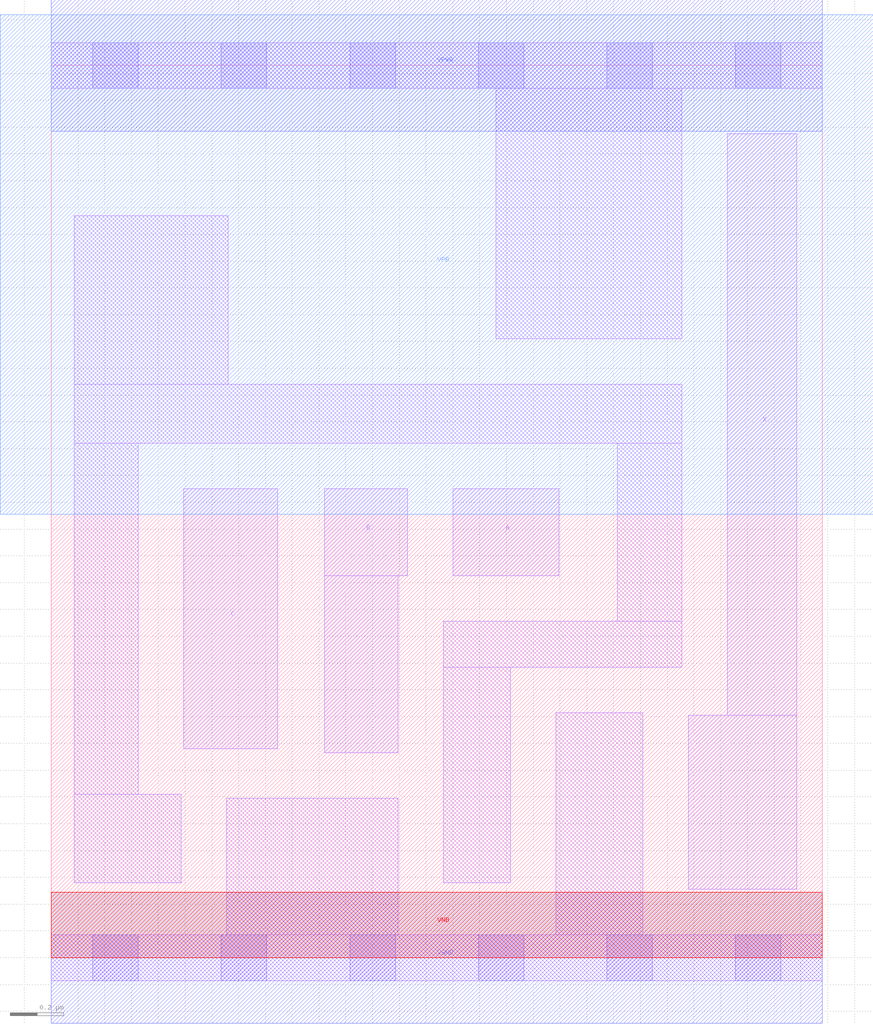
<source format=lef>
# Copyright 2020 The SkyWater PDK Authors
#
# Licensed under the Apache License, Version 2.0 (the "License");
# you may not use this file except in compliance with the License.
# You may obtain a copy of the License at
#
#     https://www.apache.org/licenses/LICENSE-2.0
#
# Unless required by applicable law or agreed to in writing, software
# distributed under the License is distributed on an "AS IS" BASIS,
# WITHOUT WARRANTIES OR CONDITIONS OF ANY KIND, either express or implied.
# See the License for the specific language governing permissions and
# limitations under the License.
#
# SPDX-License-Identifier: Apache-2.0

VERSION 5.7 ;
  NOWIREEXTENSIONATPIN ON ;
  DIVIDERCHAR "/" ;
  BUSBITCHARS "[]" ;
MACRO sky130_fd_sc_lp__or3_1
  CLASS CORE ;
  FOREIGN sky130_fd_sc_lp__or3_1 ;
  ORIGIN  0.000000  0.000000 ;
  SIZE  2.880000 BY  3.330000 ;
  SYMMETRY X Y R90 ;
  SITE unit ;
  PIN A
    ANTENNAGATEAREA  0.126000 ;
    DIRECTION INPUT ;
    USE SIGNAL ;
    PORT
      LAYER li1 ;
        RECT 1.500000 1.425000 1.895000 1.750000 ;
    END
  END A
  PIN B
    ANTENNAGATEAREA  0.126000 ;
    DIRECTION INPUT ;
    USE SIGNAL ;
    PORT
      LAYER li1 ;
        RECT 1.020000 0.765000 1.295000 1.425000 ;
        RECT 1.020000 1.425000 1.330000 1.750000 ;
    END
  END B
  PIN C
    ANTENNAGATEAREA  0.126000 ;
    DIRECTION INPUT ;
    USE SIGNAL ;
    PORT
      LAYER li1 ;
        RECT 0.495000 0.780000 0.845000 1.750000 ;
    END
  END C
  PIN X
    ANTENNADIFFAREA  0.556500 ;
    DIRECTION OUTPUT ;
    USE SIGNAL ;
    PORT
      LAYER li1 ;
        RECT 2.380000 0.255000 2.785000 0.905000 ;
        RECT 2.525000 0.905000 2.785000 3.075000 ;
    END
  END X
  PIN VGND
    DIRECTION INOUT ;
    USE GROUND ;
    PORT
      LAYER met1 ;
        RECT 0.000000 -0.245000 2.880000 0.245000 ;
    END
  END VGND
  PIN VNB
    DIRECTION INOUT ;
    USE GROUND ;
    PORT
      LAYER pwell ;
        RECT 0.000000 0.000000 2.880000 0.245000 ;
    END
  END VNB
  PIN VPB
    DIRECTION INOUT ;
    USE POWER ;
    PORT
      LAYER nwell ;
        RECT -0.190000 1.655000 3.070000 3.520000 ;
    END
  END VPB
  PIN VPWR
    DIRECTION INOUT ;
    USE POWER ;
    PORT
      LAYER met1 ;
        RECT 0.000000 3.085000 2.880000 3.575000 ;
    END
  END VPWR
  OBS
    LAYER li1 ;
      RECT 0.000000 -0.085000 2.880000 0.085000 ;
      RECT 0.000000  3.245000 2.880000 3.415000 ;
      RECT 0.085000  0.280000 0.485000 0.610000 ;
      RECT 0.085000  0.610000 0.325000 1.920000 ;
      RECT 0.085000  1.920000 2.355000 2.140000 ;
      RECT 0.085000  2.140000 0.660000 2.770000 ;
      RECT 0.655000  0.085000 1.295000 0.595000 ;
      RECT 1.465000  0.280000 1.715000 1.085000 ;
      RECT 1.465000  1.085000 2.355000 1.255000 ;
      RECT 1.660000  2.310000 2.355000 3.245000 ;
      RECT 1.885000  0.085000 2.210000 0.915000 ;
      RECT 2.115000  1.255000 2.355000 1.920000 ;
    LAYER mcon ;
      RECT 0.155000 -0.085000 0.325000 0.085000 ;
      RECT 0.155000  3.245000 0.325000 3.415000 ;
      RECT 0.635000 -0.085000 0.805000 0.085000 ;
      RECT 0.635000  3.245000 0.805000 3.415000 ;
      RECT 1.115000 -0.085000 1.285000 0.085000 ;
      RECT 1.115000  3.245000 1.285000 3.415000 ;
      RECT 1.595000 -0.085000 1.765000 0.085000 ;
      RECT 1.595000  3.245000 1.765000 3.415000 ;
      RECT 2.075000 -0.085000 2.245000 0.085000 ;
      RECT 2.075000  3.245000 2.245000 3.415000 ;
      RECT 2.555000 -0.085000 2.725000 0.085000 ;
      RECT 2.555000  3.245000 2.725000 3.415000 ;
  END
END sky130_fd_sc_lp__or3_1
END LIBRARY

</source>
